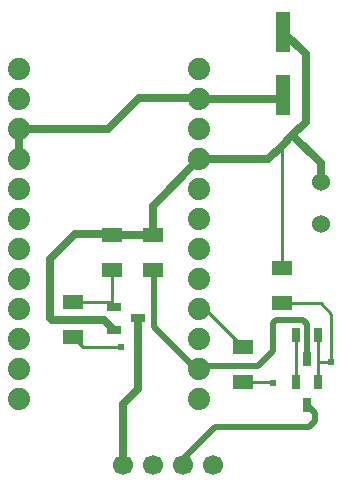
<source format=gtl>
G04 Layer: TopLayer*
G04 EasyEDA Pro v2.2.45.4, 2025-12-29 16:20:18*
G04 Gerber Generator version 0.3*
G04 Scale: 100 percent, Rotated: No, Reflected: No*
G04 Dimensions in millimeters*
G04 Leading zeros omitted, absolute positions, 4 integers and 5 decimals*
G04 Generated by one-click*
%FSLAX45Y45*%
%MOMM*%
%ADD10C,1.524*%
%ADD11R,1.2X3.49999*%
%ADD12C,1.7*%
%ADD13R,0.7X1.25001*%
%ADD14R,1.25001X0.7*%
%ADD15R,1.70101X1.20752*%
%ADD16C,1.8796*%
%ADD17C,0.6191*%
%ADD18C,0.61*%
%ADD19C,0.635*%
%ADD20C,0.254*%
%ADD21C,0.508*%
G75*


G04 Pad Start*
G54D10*
G01X-228600Y-1689100D03*
G01X-228600Y-2044700D03*
G54D11*
G01X-546100Y-418795D03*
G01X-546100Y-952805D03*
G54D12*
G01X-1905000Y-4089400D03*
G01X-1651000Y-4089400D03*
G01X-1397000Y-4089400D03*
G01X-1143000Y-4089400D03*
G54D13*
G01X-247904Y-2986100D03*
G01X-437896Y-2986100D03*
G01X-342900Y-3186100D03*
G01X-247904Y-3379800D03*
G01X-437896Y-3379800D03*
G01X-342900Y-3579800D03*
G54D14*
G01X-1979600Y-2749804D03*
G01X-1979600Y-2939796D03*
G01X-1779600Y-2844800D03*
G54D15*
G01X-558800Y-2417521D03*
G01X-558800Y-2713279D03*
G01X-889000Y-3386379D03*
G01X-889000Y-3090621D03*
G01X-1993900Y-2138121D03*
G01X-1993900Y-2433879D03*
G01X-2324100Y-3005379D03*
G01X-2324100Y-2709621D03*
G01X-1651000Y-2433879D03*
G01X-1651000Y-2138121D03*
G54D16*
G01X-2781300Y-736600D03*
G01X-2781300Y-990600D03*
G01X-2781300Y-1244600D03*
G01X-2781300Y-1498600D03*
G01X-2781300Y-1752600D03*
G01X-2781300Y-2006600D03*
G01X-2781300Y-2260600D03*
G01X-2781300Y-2514600D03*
G01X-2781300Y-2768600D03*
G01X-2781300Y-3022600D03*
G01X-2781300Y-3276600D03*
G01X-2781300Y-3530600D03*
G01X-1257300Y-3530600D03*
G01X-1257300Y-3276600D03*
G01X-1257300Y-3022600D03*
G01X-1257300Y-2768600D03*
G01X-1257300Y-2514600D03*
G01X-1257300Y-2260600D03*
G01X-1257300Y-2006600D03*
G01X-1257300Y-1752600D03*
G01X-1257300Y-1498600D03*
G01X-1257300Y-1244600D03*
G01X-1257300Y-990600D03*
G01X-1257300Y-736600D03*
G04 Pad End*

G04 Via Start*
G54D18*
G01X-1917700Y-3086100D03*
G01X-635000Y-3390900D03*
G01X-139700Y-3213100D03*
G01X-987116Y-990600D03*
G04 Via End*

G04 Track Start*
G54D19*
G01X-2781300Y-1244600D02*
G01X-2781300Y-1498600D01*
G01X-2781300Y-1244600D02*
G01X-2032000Y-1244600D01*
G01X-1765300Y-977900D01*
G01X-1270000Y-977900D01*
G01X-1257300Y-990600D01*
G01X-583895Y-990600D02*
G01X-546100Y-952805D01*
G01X-1257300Y-1498600D02*
G01X-673100Y-1498600D01*
G01X-355600Y-609295D02*
G01X-355600Y-1181100D01*
G01X-546100Y-418795D02*
G01X-355600Y-609295D01*
G01X-1257300Y-1498600D02*
G01X-1651000Y-1892300D01*
G01X-1651000Y-2138121D01*
G01X-1993900Y-2138121D01*
G54D20*
G01X-1993900Y-2433879D02*
G01X-1993900Y-2735504D01*
G01X-1979600Y-2749804D01*
G54D19*
G01X-1979600Y-2939796D02*
G01X-2061896Y-2857500D01*
G01X-2501900Y-2857500D01*
G01X-2519861Y-2839539D01*
G01X-2519861Y-2342061D01*
G01X-2311400Y-2133600D01*
G01X-1998421Y-2133600D01*
G01X-1993900Y-2138121D01*
G01X-1779600Y-2844800D02*
G01X-1779600Y-3443300D01*
G54D20*
G01X-2324100Y-3005379D02*
G01X-2243379Y-3086100D01*
G01X-1917700Y-3086100D01*
G01X-889000Y-3090621D02*
G01X-1211021Y-2768600D01*
G01X-1257300Y-2768600D01*
G01X-247904Y-2986100D02*
G01X-247904Y-3212959D01*
G01X-247904Y-3379800D01*
G01X-889000Y-3386379D02*
G01X-639521Y-3386379D01*
G01X-635000Y-3390900D01*
G01X-247904Y-3212959D02*
G01X-139700Y-3212959D01*
G01X-437896Y-2986100D02*
G01X-437896Y-3379800D01*
G01X-139700Y-2806700D02*
G01X-228600Y-2717800D01*
G01X-554279Y-2717800D01*
G01X-558800Y-2713279D01*
G01X-139700Y-3212959D02*
G01X-139700Y-2806700D01*
G01X-558800Y-2417521D02*
G01X-558800Y-1384300D01*
G54D19*
G01X-673100Y-1498600D02*
G01X-558800Y-1384300D01*
G01X-1257300Y-990600D02*
G01X-987116Y-990600D01*
G01X-583895Y-990600D01*
G01X-228600Y-1689100D02*
G01X-228600Y-1533067D01*
G01X-468083Y-1293583D01*
G01X-355600Y-1181100D02*
G01X-468083Y-1293583D01*
G01X-558800Y-1384300D01*
G01X-1779600Y-3443300D02*
G01X-1905000Y-3568700D01*
G01X-1905000Y-4089400D01*
G54D21*
G01X-276646Y-3646054D02*
G01X-276646Y-3717895D01*
G01X-327446Y-3768695D01*
G01X-1124750Y-3768695D01*
G01X-342900Y-3579800D02*
G01X-276646Y-3646054D01*
G01X-1124750Y-3768695D02*
G01X-1421228Y-4065172D01*
G01X-1397000Y-4089400D01*
G01X-1257300Y-3276600D02*
G01X-1231900Y-3251200D01*
G01X-762000Y-3251200D01*
G01X-635000Y-3124200D01*
G01X-635000Y-2888161D01*
G54D20*
G01X-2324100Y-2709621D02*
G01X-2019783Y-2709621D01*
G01X-1993900Y-2735504D01*
G54D21*
G01X-635000Y-2888161D02*
G01X-604339Y-2857500D01*
G01X-381000Y-2857500D01*
G01X-342900Y-2895600D01*
G01X-342900Y-3186100D01*
G01X-1651000Y-2459279D02*
G01X-1638300Y-2471979D01*
G01X-1638300Y-2921000D01*
G01X-1282700Y-3276600D01*
G01X-1651000Y-2433879D02*
G01X-1651000Y-2459279D01*
G01X-1282700Y-3276600D02*
G01X-1257300Y-3276600D01*
G04 Track End*

M02*


</source>
